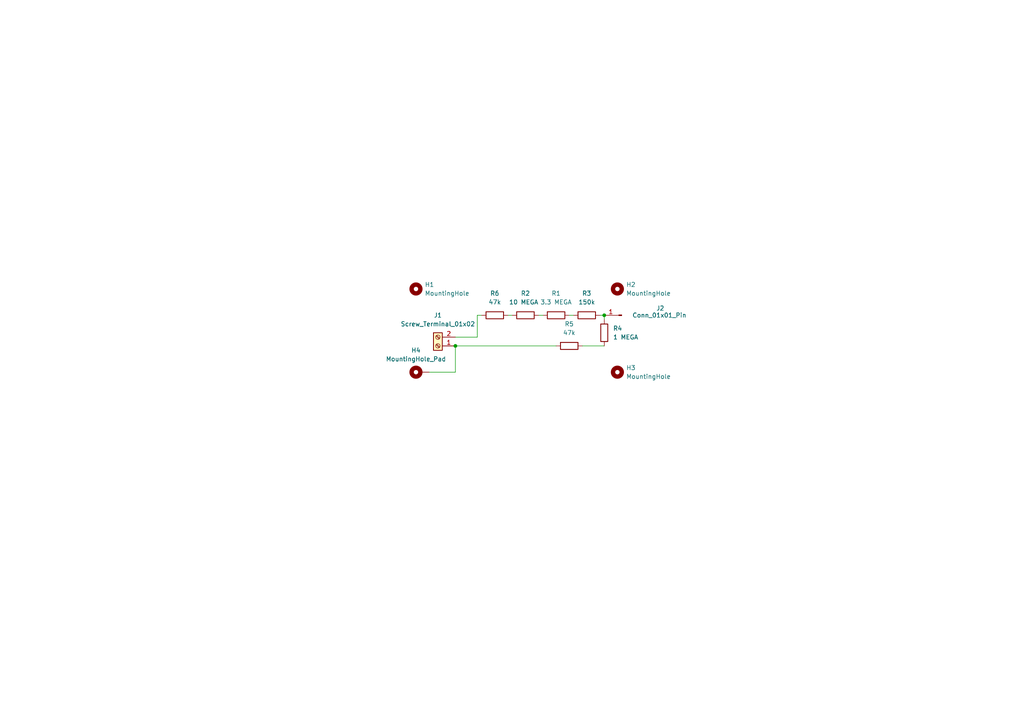
<source format=kicad_sch>
(kicad_sch (version 20250114) (generator "eeschema") (generator_version "9.0")
  (paper "A4")
  (title_block (title "Divisor de tension") (date "2025-09-02") (rev "1") (company "Escuela Tecnica Roberto Rocca") (comment 1 "Bautista Otero"))
  (lib_symbols
    (symbol "Connector:Conn_01x01_Pin" (pin_names (offset 1.016) (hide yes))
      (property "Reference" "J" (at 0 2.54 0))
      (property "Value" "Conn_01x01_Pin" (at 0 -2.54 0))
      (symbol "Conn_01x01_Pin_1_1"
        (rectangle (start 0.8636 0.127) (end 0 -0.127) (stroke (width 0.1524)) (fill (type outline)))
        (polyline (pts (xy 1.27 0) (xy 0.8636 0)) (stroke (width 0.1524)))
        (pin passive line (at 5.08 0 180) (length 3.81) (name "Pin_1") (number "1"))
      )
    )
    (symbol "Connector:Screw_Terminal_01x02" (pin_names (offset 1.016) (hide yes))
      (property "Reference" "J" (at 0 2.54 0))
      (property "Value" "Screw_Terminal_01x02" (at 0 -5.08 0))
      (symbol "Screw_Terminal_01x02_1_1"
        (rectangle (start -1.27 1.27) (end 1.27 -3.81) (stroke (width 0.254)) (fill (type background)))
        (polyline (pts (xy -0.5334 0.3302) (xy 0.3302 -0.508)) (stroke (width 0.1524)))
        (polyline (pts (xy -0.5334 -2.2098) (xy 0.3302 -3.048)) (stroke (width 0.1524)))
        (polyline (pts (xy -0.3556 0.508) (xy 0.508 -0.3302)) (stroke (width 0.1524)))
        (polyline (pts (xy -0.3556 -2.032) (xy 0.508 -2.8702)) (stroke (width 0.1524)))
        (circle (center 0 0) (radius 0.635) (stroke (width 0.1524)))
        (circle (center 0 -2.54) (radius 0.635) (stroke (width 0.1524)))
        (pin passive line (at -5.08 0 0) (length 3.81) (name "Pin_1") (number "1"))
        (pin passive line (at -5.08 -2.54 0) (length 3.81) (name "Pin_2") (number "2"))
      )
    )
    (symbol "Device:R" (pin_numbers (hide yes)) (pin_names (offset 0))
      (property "Reference" "R" (at 2.032 0 90))
      (property "Value" "R" (at 0 0 90))
      (symbol "R_0_1"
        (rectangle (start -1.016 -2.54) (end 1.016 2.54) (stroke (width 0.254)))
      )
      (symbol "R_1_1"
        (pin passive line (at 0 3.81 270) (length 1.27) (name "~") (number "1"))
        (pin passive line (at 0 -3.81 90) (length 1.27) (name "~") (number "2"))
      )
    )
    (symbol "Mechanical:MountingHole" (pin_names (offset 1.016)) (in_bom no)
      (property "Reference" "H" (at 0 5.08 0))
      (property "Value" "MountingHole" (at 0 3.175 0))
      (symbol "MountingHole_0_1"
        (circle (center 0 0) (radius 1.27) (stroke (width 1.27)))
      )
    )
    (symbol "Mechanical:MountingHole_Pad" (pin_numbers (hide yes)) (pin_names (offset 1.016) (hide yes)) (in_bom no)
      (property "Reference" "H" (at 0 6.35 0))
      (property "Value" "MountingHole_Pad" (at 0 4.445 0))
      (symbol "MountingHole_Pad_0_1"
        (circle (center 0 1.27) (radius 1.27) (stroke (width 1.27)))
      )
      (symbol "MountingHole_Pad_1_1"
        (pin input line (at 0 -2.54 90) (length 2.54) (name "1") (number "1"))
      )
    )
  )
  (junction (at 132.08 100.33))
  (junction (at 175.26 91.44))
  (wire (pts (xy 161.29 100.33) (xy 132.08 100.33)))
  (wire (pts (xy 173.99 91.44) (xy 175.26 91.44)))
  (wire (pts (xy 156.21 91.44) (xy 157.48 91.44)))
  (wire (pts (xy 124.46 107.95) (xy 132.08 107.95)))
  (wire (pts (xy 165.1 91.44) (xy 166.37 91.44)))
  (wire (pts (xy 147.32 91.44) (xy 148.59 91.44)))
  (wire (pts (xy 138.43 97.79) (xy 138.43 91.44)))
  (wire (pts (xy 132.08 97.79) (xy 138.43 97.79)))
  (wire (pts (xy 138.43 91.44) (xy 139.7 91.44)))
  (wire (pts (xy 175.26 100.33) (xy 168.91 100.33)))
  (wire (pts (xy 132.08 107.95) (xy 132.08 100.33)))
  (wire (pts (xy 175.26 91.44) (xy 175.26 92.71)))
  (symbol (lib_id "Mechanical:MountingHole") (at 179.07 107.95 0) (unit 1) (in_bom no)
    (property "Reference" "H3" (at 181.61 106.6799 0) (effects (justify left)))
    (property "Value" "MountingHole" (at 181.61 109.2199 0) (effects (justify left)))
    (property "Footprint" "MountingHole:MountingHole_2.2mm_M2" (effects (hide yes)))
    (property "Description" "Mounting Hole without connection" (effects (hide yes)))
  )
  (symbol (lib_id "Device:R") (at 165.1 100.33 270) (unit 1)
    (property "Reference" "R5" (at 165.1 93.98 90))
    (property "Value" "47k" (at 165.1 96.52 90))
    (property "Footprint" "Resistor_THT:R_Axial_DIN0204_L3.6mm_D1.6mm_P7.62mm_Horizontal" (effects (hide yes)))
    (property "Description" "Resistor" (effects (hide yes)))
  )
  (symbol (lib_id "Connector:Conn_01x01_Pin") (at 180.34 91.44 180) (unit 1)
    (property "Reference" "J2" (at 191.516 89.408 0))
    (property "Value" "Conn_01x01_Pin" (at 191.262 91.44 0))
    (property "Footprint" "Connector_Pin:Pin_D0.7mm_L6.5mm_W1.8mm_FlatFork" (effects (hide yes)))
    (property "Description" "Generic connector, single row, 01x01, script generated" (effects (hide yes)))
  )
  (symbol (lib_id "Device:R") (at 161.29 91.44 90) (unit 1)
    (property "Reference" "R1" (at 161.29 85.09 90))
    (property "Value" "3.3 MEGA" (at 161.29 87.63 90))
    (property "Footprint" "Resistor_THT:R_Axial_DIN0204_L3.6mm_D1.6mm_P7.62mm_Horizontal" (effects (hide yes)))
    (property "Description" "Resistor" (effects (hide yes)))
  )
  (symbol (lib_id "Connector:Screw_Terminal_01x02") (at 127 100.33 180) (unit 1)
    (property "Reference" "J1" (at 127 91.44 0))
    (property "Value" "Screw_Terminal_01x02" (at 127 93.98 0))
    (property "Footprint" "TerminalBlock:TerminalBlock_MaiXu_MX126-5.0-02P_1x02_P5.00mm" (effects (hide yes)))
    (property "Description" "Generic screw terminal, single row, 01x02, script generated (kicad-library-utils/schlib/autogen/connector/)" (effects (hide yes)))
  )
  (symbol (lib_id "Mechanical:MountingHole") (at 179.07 83.82 0) (unit 1) (in_bom no)
    (property "Reference" "H2" (at 181.61 82.5499 0) (effects (justify left)))
    (property "Value" "MountingHole" (at 181.61 85.0899 0) (effects (justify left)))
    (property "Footprint" "MountingHole:MountingHole_2.2mm_M2" (effects (hide yes)))
    (property "Description" "Mounting Hole without connection" (effects (hide yes)))
  )
  (symbol (lib_id "Device:R") (at 152.4 91.44 90) (unit 1)
    (property "Reference" "R2" (at 152.4 85.09 90))
    (property "Value" "10 MEGA" (at 151.892 87.63 90))
    (property "Footprint" "Resistor_THT:R_Axial_DIN0204_L3.6mm_D1.6mm_P7.62mm_Horizontal" (effects (hide yes)))
    (property "Description" "Resistor" (effects (hide yes)))
  )
  (symbol (lib_id "Mechanical:MountingHole") (at 120.65 83.82 0) (unit 1) (in_bom no)
    (property "Reference" "H1" (at 123.19 82.5499 0) (effects (justify left)))
    (property "Value" "MountingHole" (at 123.19 85.0899 0) (effects (justify left)))
    (property "Footprint" "MountingHole:MountingHole_2.2mm_M2" (effects (hide yes)))
    (property "Description" "Mounting Hole without connection" (effects (hide yes)))
  )
  (symbol (lib_id "Device:R") (at 143.51 91.44 90) (unit 1)
    (property "Reference" "R6" (at 143.51 85.09 90))
    (property "Value" "47k" (at 143.51 87.63 90))
    (property "Footprint" "Resistor_THT:R_Axial_DIN0204_L3.6mm_D1.6mm_P7.62mm_Horizontal" (effects (hide yes)))
    (property "Description" "Resistor" (effects (hide yes)))
  )
  (symbol (lib_id "Device:R") (at 175.26 96.52 180) (unit 1)
    (property "Reference" "R4" (at 177.8 95.2499 0) (effects (justify right)))
    (property "Value" "1 MEGA" (at 177.8 97.7899 0) (effects (justify right)))
    (property "Footprint" "Resistor_THT:R_Axial_DIN0204_L3.6mm_D1.6mm_P7.62mm_Horizontal" (effects (hide yes)))
    (property "Description" "Resistor" (effects (hide yes)))
  )
  (symbol (lib_id "Mechanical:MountingHole_Pad") (at 121.92 107.95 90) (unit 1) (in_bom no)
    (property "Reference" "H4" (at 120.65 101.6 90))
    (property "Value" "MountingHole_Pad" (at 120.65 104.14 90))
    (property "Footprint" "MountingHole:MountingHole_2.2mm_M2_DIN965_Pad" (effects (hide yes)))
    (property "Description" "Mounting Hole with connection" (effects (hide yes)))
  )
  (symbol (lib_id "Device:R") (at 170.18 91.44 90) (unit 1)
    (property "Reference" "R3" (at 170.18 85.09 90))
    (property "Value" "150k" (at 170.18 87.63 90))
    (property "Footprint" "Resistor_THT:R_Axial_DIN0204_L3.6mm_D1.6mm_P7.62mm_Horizontal" (effects (hide yes)))
    (property "Description" "Resistor" (effects (hide yes)))
  )
)
</source>
